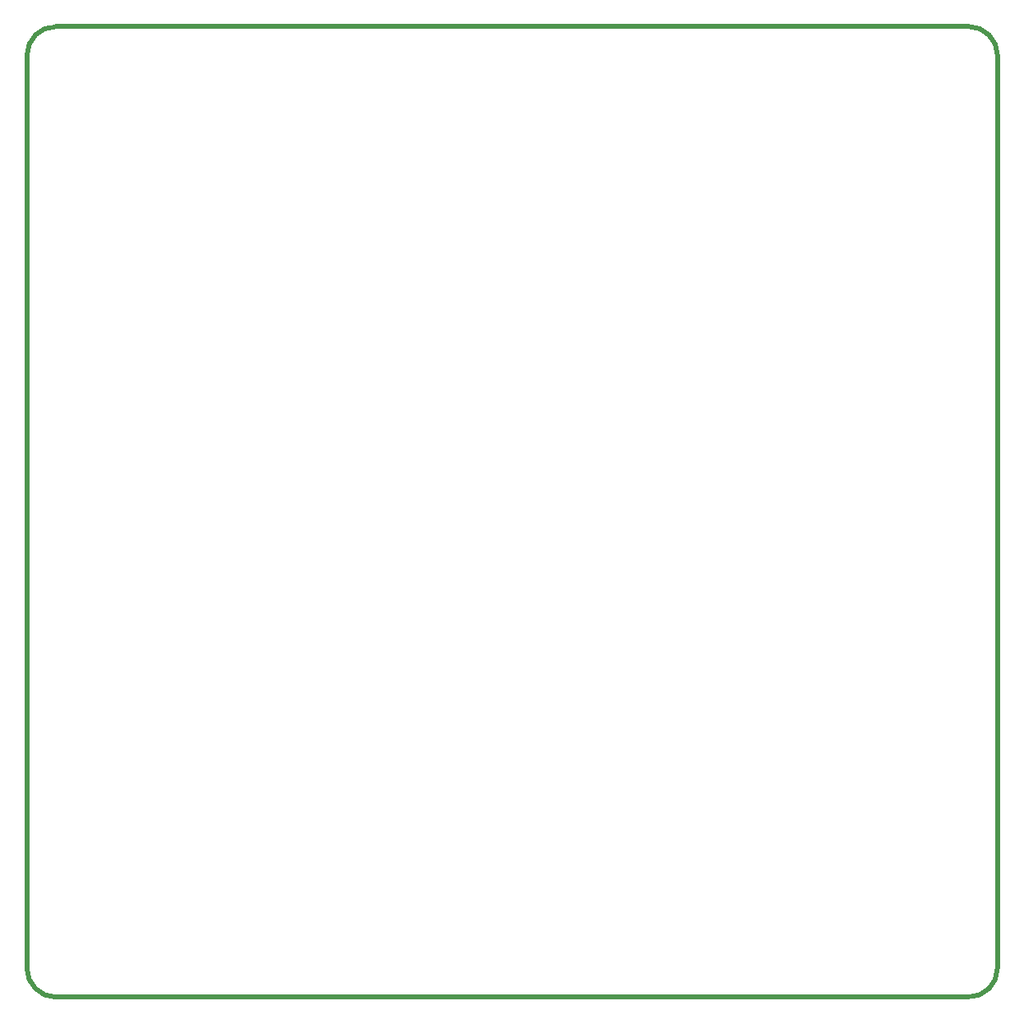
<source format=gko>
G04*
G04 #@! TF.GenerationSoftware,Altium Limited,Altium Designer,21.2.1 (34)*
G04*
G04 Layer_Color=16711935*
%FSLAX25Y25*%
%MOIN*%
G70*
G04*
G04 #@! TF.SameCoordinates,22B55974-3201-4BD1-88E3-0356CD7B76C8*
G04*
G04*
G04 #@! TF.FilePolarity,Positive*
G04*
G01*
G75*
%ADD15C,0.02000*%
D15*
X370579Y-11311D02*
G03*
X382390Y500I0J11811D01*
G01*
X-11311D02*
G03*
X500Y-11311I11811J0D01*
G01*
Y382390D02*
G03*
X-11311Y370579I0J-11811D01*
G01*
X382390D02*
G03*
X370579Y382390I-11811J0D01*
G01*
X382390Y500D02*
Y370579D01*
X500Y-11311D02*
X370579D01*
X-11311Y500D02*
Y370579D01*
X500Y382390D02*
X370579D01*
M02*

</source>
